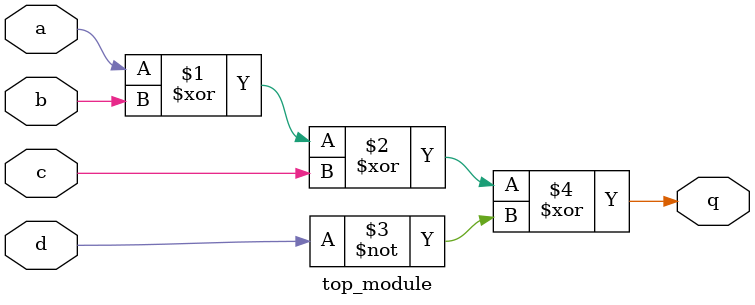
<source format=v>
module top_module(	// file.cleaned.mlir:2:3
  input  a,	// file.cleaned.mlir:2:28
         b,	// file.cleaned.mlir:2:40
         c,	// file.cleaned.mlir:2:52
         d,	// file.cleaned.mlir:2:64
  output q	// file.cleaned.mlir:2:77
);

  assign q = a ^ b ^ c ^ ~d;	// file.cleaned.mlir:4:10, :5:5
endmodule


</source>
